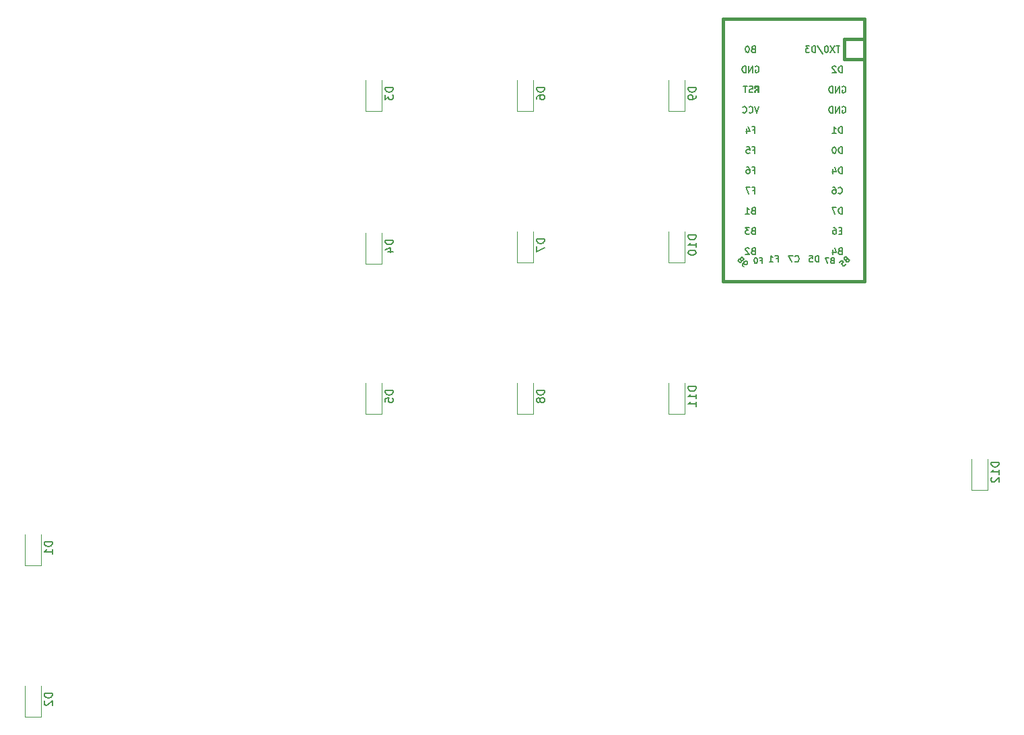
<source format=gbr>
%TF.GenerationSoftware,KiCad,Pcbnew,(5.1.9-0-10_14)*%
%TF.CreationDate,2021-04-13T19:55:37+09:00*%
%TF.ProjectId,IKIDS,494b4944-532e-46b6-9963-61645f706362,rev?*%
%TF.SameCoordinates,Original*%
%TF.FileFunction,Legend,Bot*%
%TF.FilePolarity,Positive*%
%FSLAX46Y46*%
G04 Gerber Fmt 4.6, Leading zero omitted, Abs format (unit mm)*
G04 Created by KiCad (PCBNEW (5.1.9-0-10_14)) date 2021-04-13 19:55:37*
%MOMM*%
%LPD*%
G01*
G04 APERTURE LIST*
%ADD10C,0.120000*%
%ADD11C,0.381000*%
%ADD12C,0.150000*%
G04 APERTURE END LIST*
D10*
%TO.C,D12*%
X213725000Y-118137500D02*
X211725000Y-118137500D01*
X211725000Y-118137500D02*
X211725000Y-114237500D01*
X213725000Y-118137500D02*
X213725000Y-114237500D01*
%TO.C,D11*%
X175625000Y-108612500D02*
X173625000Y-108612500D01*
X173625000Y-108612500D02*
X173625000Y-104712500D01*
X175625000Y-108612500D02*
X175625000Y-104712500D01*
%TO.C,D10*%
X175625000Y-89562500D02*
X173625000Y-89562500D01*
X173625000Y-89562500D02*
X173625000Y-85662500D01*
X175625000Y-89562500D02*
X175625000Y-85662500D01*
%TO.C,D9*%
X175625000Y-70512500D02*
X173625000Y-70512500D01*
X173625000Y-70512500D02*
X173625000Y-66612500D01*
X175625000Y-70512500D02*
X175625000Y-66612500D01*
%TO.C,D8*%
X156575000Y-108612500D02*
X154575000Y-108612500D01*
X154575000Y-108612500D02*
X154575000Y-104712500D01*
X156575000Y-108612500D02*
X156575000Y-104712500D01*
%TO.C,D7*%
X156575000Y-89562500D02*
X154575000Y-89562500D01*
X154575000Y-89562500D02*
X154575000Y-85662500D01*
X156575000Y-89562500D02*
X156575000Y-85662500D01*
%TO.C,D6*%
X156575000Y-70512500D02*
X154575000Y-70512500D01*
X154575000Y-70512500D02*
X154575000Y-66612500D01*
X156575000Y-70512500D02*
X156575000Y-66612500D01*
%TO.C,D5*%
X137525000Y-108612500D02*
X135525000Y-108612500D01*
X135525000Y-108612500D02*
X135525000Y-104712500D01*
X137525000Y-108612500D02*
X137525000Y-104712500D01*
%TO.C,D4*%
X137525000Y-89706250D02*
X135525000Y-89706250D01*
X135525000Y-89706250D02*
X135525000Y-85806250D01*
X137525000Y-89706250D02*
X137525000Y-85806250D01*
%TO.C,D3*%
X137525000Y-70512500D02*
X135525000Y-70512500D01*
X135525000Y-70512500D02*
X135525000Y-66612500D01*
X137525000Y-70512500D02*
X137525000Y-66612500D01*
%TO.C,D2*%
X94662500Y-146712500D02*
X92662500Y-146712500D01*
X92662500Y-146712500D02*
X92662500Y-142812500D01*
X94662500Y-146712500D02*
X94662500Y-142812500D01*
%TO.C,D1*%
X94662500Y-127662500D02*
X92662500Y-127662500D01*
X92662500Y-127662500D02*
X92662500Y-123762500D01*
X94662500Y-127662500D02*
X94662500Y-123762500D01*
D11*
%TO.C,U1*%
X195738750Y-61468000D02*
X198278750Y-61468000D01*
X198278750Y-58928000D02*
X198278750Y-61468000D01*
X180498750Y-58928000D02*
X198278750Y-58928000D01*
X180498750Y-61468000D02*
X180498750Y-58928000D01*
D12*
G36*
X184457182Y-67947360D02*
G01*
X184457182Y-68147360D01*
X184557182Y-68147360D01*
X184557182Y-67947360D01*
X184457182Y-67947360D01*
G37*
X184457182Y-67947360D02*
X184457182Y-68147360D01*
X184557182Y-68147360D01*
X184557182Y-67947360D01*
X184457182Y-67947360D01*
G36*
X184857182Y-67347360D02*
G01*
X184857182Y-68147360D01*
X184957182Y-68147360D01*
X184957182Y-67347360D01*
X184857182Y-67347360D01*
G37*
X184857182Y-67347360D02*
X184857182Y-68147360D01*
X184957182Y-68147360D01*
X184957182Y-67347360D01*
X184857182Y-67347360D01*
G36*
X184457182Y-67347360D02*
G01*
X184457182Y-67447360D01*
X184957182Y-67447360D01*
X184957182Y-67347360D01*
X184457182Y-67347360D01*
G37*
X184457182Y-67347360D02*
X184457182Y-67447360D01*
X184957182Y-67447360D01*
X184957182Y-67347360D01*
X184457182Y-67347360D01*
G36*
X184657182Y-67747360D02*
G01*
X184657182Y-67847360D01*
X184757182Y-67847360D01*
X184757182Y-67747360D01*
X184657182Y-67747360D01*
G37*
X184657182Y-67747360D02*
X184657182Y-67847360D01*
X184757182Y-67847360D01*
X184757182Y-67747360D01*
X184657182Y-67747360D01*
G36*
X184457182Y-67347360D02*
G01*
X184457182Y-67647360D01*
X184557182Y-67647360D01*
X184557182Y-67347360D01*
X184457182Y-67347360D01*
G37*
X184457182Y-67347360D02*
X184457182Y-67647360D01*
X184557182Y-67647360D01*
X184557182Y-67347360D01*
X184457182Y-67347360D01*
D11*
X195738750Y-64008000D02*
X198278750Y-64008000D01*
X195738750Y-61468000D02*
X195738750Y-64008000D01*
X180498750Y-91948000D02*
X180498750Y-61468000D01*
X198278750Y-91948000D02*
X180498750Y-91948000D01*
X198278750Y-61468000D02*
X198278750Y-91948000D01*
%TO.C,D12*%
D12*
X215177380Y-114673214D02*
X214177380Y-114673214D01*
X214177380Y-114911309D01*
X214225000Y-115054166D01*
X214320238Y-115149404D01*
X214415476Y-115197023D01*
X214605952Y-115244642D01*
X214748809Y-115244642D01*
X214939285Y-115197023D01*
X215034523Y-115149404D01*
X215129761Y-115054166D01*
X215177380Y-114911309D01*
X215177380Y-114673214D01*
X215177380Y-116197023D02*
X215177380Y-115625595D01*
X215177380Y-115911309D02*
X214177380Y-115911309D01*
X214320238Y-115816071D01*
X214415476Y-115720833D01*
X214463095Y-115625595D01*
X214272619Y-116577976D02*
X214225000Y-116625595D01*
X214177380Y-116720833D01*
X214177380Y-116958928D01*
X214225000Y-117054166D01*
X214272619Y-117101785D01*
X214367857Y-117149404D01*
X214463095Y-117149404D01*
X214605952Y-117101785D01*
X215177380Y-116530357D01*
X215177380Y-117149404D01*
%TO.C,D11*%
X177077380Y-105148214D02*
X176077380Y-105148214D01*
X176077380Y-105386309D01*
X176125000Y-105529166D01*
X176220238Y-105624404D01*
X176315476Y-105672023D01*
X176505952Y-105719642D01*
X176648809Y-105719642D01*
X176839285Y-105672023D01*
X176934523Y-105624404D01*
X177029761Y-105529166D01*
X177077380Y-105386309D01*
X177077380Y-105148214D01*
X177077380Y-106672023D02*
X177077380Y-106100595D01*
X177077380Y-106386309D02*
X176077380Y-106386309D01*
X176220238Y-106291071D01*
X176315476Y-106195833D01*
X176363095Y-106100595D01*
X177077380Y-107624404D02*
X177077380Y-107052976D01*
X177077380Y-107338690D02*
X176077380Y-107338690D01*
X176220238Y-107243452D01*
X176315476Y-107148214D01*
X176363095Y-107052976D01*
%TO.C,D10*%
X177077380Y-86098214D02*
X176077380Y-86098214D01*
X176077380Y-86336309D01*
X176125000Y-86479166D01*
X176220238Y-86574404D01*
X176315476Y-86622023D01*
X176505952Y-86669642D01*
X176648809Y-86669642D01*
X176839285Y-86622023D01*
X176934523Y-86574404D01*
X177029761Y-86479166D01*
X177077380Y-86336309D01*
X177077380Y-86098214D01*
X177077380Y-87622023D02*
X177077380Y-87050595D01*
X177077380Y-87336309D02*
X176077380Y-87336309D01*
X176220238Y-87241071D01*
X176315476Y-87145833D01*
X176363095Y-87050595D01*
X176077380Y-88241071D02*
X176077380Y-88336309D01*
X176125000Y-88431547D01*
X176172619Y-88479166D01*
X176267857Y-88526785D01*
X176458333Y-88574404D01*
X176696428Y-88574404D01*
X176886904Y-88526785D01*
X176982142Y-88479166D01*
X177029761Y-88431547D01*
X177077380Y-88336309D01*
X177077380Y-88241071D01*
X177029761Y-88145833D01*
X176982142Y-88098214D01*
X176886904Y-88050595D01*
X176696428Y-88002976D01*
X176458333Y-88002976D01*
X176267857Y-88050595D01*
X176172619Y-88098214D01*
X176125000Y-88145833D01*
X176077380Y-88241071D01*
%TO.C,D9*%
X177077380Y-67524404D02*
X176077380Y-67524404D01*
X176077380Y-67762500D01*
X176125000Y-67905357D01*
X176220238Y-68000595D01*
X176315476Y-68048214D01*
X176505952Y-68095833D01*
X176648809Y-68095833D01*
X176839285Y-68048214D01*
X176934523Y-68000595D01*
X177029761Y-67905357D01*
X177077380Y-67762500D01*
X177077380Y-67524404D01*
X177077380Y-68572023D02*
X177077380Y-68762500D01*
X177029761Y-68857738D01*
X176982142Y-68905357D01*
X176839285Y-69000595D01*
X176648809Y-69048214D01*
X176267857Y-69048214D01*
X176172619Y-69000595D01*
X176125000Y-68952976D01*
X176077380Y-68857738D01*
X176077380Y-68667261D01*
X176125000Y-68572023D01*
X176172619Y-68524404D01*
X176267857Y-68476785D01*
X176505952Y-68476785D01*
X176601190Y-68524404D01*
X176648809Y-68572023D01*
X176696428Y-68667261D01*
X176696428Y-68857738D01*
X176648809Y-68952976D01*
X176601190Y-69000595D01*
X176505952Y-69048214D01*
%TO.C,D8*%
X158027380Y-105624404D02*
X157027380Y-105624404D01*
X157027380Y-105862500D01*
X157075000Y-106005357D01*
X157170238Y-106100595D01*
X157265476Y-106148214D01*
X157455952Y-106195833D01*
X157598809Y-106195833D01*
X157789285Y-106148214D01*
X157884523Y-106100595D01*
X157979761Y-106005357D01*
X158027380Y-105862500D01*
X158027380Y-105624404D01*
X157455952Y-106767261D02*
X157408333Y-106672023D01*
X157360714Y-106624404D01*
X157265476Y-106576785D01*
X157217857Y-106576785D01*
X157122619Y-106624404D01*
X157075000Y-106672023D01*
X157027380Y-106767261D01*
X157027380Y-106957738D01*
X157075000Y-107052976D01*
X157122619Y-107100595D01*
X157217857Y-107148214D01*
X157265476Y-107148214D01*
X157360714Y-107100595D01*
X157408333Y-107052976D01*
X157455952Y-106957738D01*
X157455952Y-106767261D01*
X157503571Y-106672023D01*
X157551190Y-106624404D01*
X157646428Y-106576785D01*
X157836904Y-106576785D01*
X157932142Y-106624404D01*
X157979761Y-106672023D01*
X158027380Y-106767261D01*
X158027380Y-106957738D01*
X157979761Y-107052976D01*
X157932142Y-107100595D01*
X157836904Y-107148214D01*
X157646428Y-107148214D01*
X157551190Y-107100595D01*
X157503571Y-107052976D01*
X157455952Y-106957738D01*
%TO.C,D7*%
X158027380Y-86574404D02*
X157027380Y-86574404D01*
X157027380Y-86812500D01*
X157075000Y-86955357D01*
X157170238Y-87050595D01*
X157265476Y-87098214D01*
X157455952Y-87145833D01*
X157598809Y-87145833D01*
X157789285Y-87098214D01*
X157884523Y-87050595D01*
X157979761Y-86955357D01*
X158027380Y-86812500D01*
X158027380Y-86574404D01*
X157027380Y-87479166D02*
X157027380Y-88145833D01*
X158027380Y-87717261D01*
%TO.C,D6*%
X158027380Y-67524404D02*
X157027380Y-67524404D01*
X157027380Y-67762500D01*
X157075000Y-67905357D01*
X157170238Y-68000595D01*
X157265476Y-68048214D01*
X157455952Y-68095833D01*
X157598809Y-68095833D01*
X157789285Y-68048214D01*
X157884523Y-68000595D01*
X157979761Y-67905357D01*
X158027380Y-67762500D01*
X158027380Y-67524404D01*
X157027380Y-68952976D02*
X157027380Y-68762500D01*
X157075000Y-68667261D01*
X157122619Y-68619642D01*
X157265476Y-68524404D01*
X157455952Y-68476785D01*
X157836904Y-68476785D01*
X157932142Y-68524404D01*
X157979761Y-68572023D01*
X158027380Y-68667261D01*
X158027380Y-68857738D01*
X157979761Y-68952976D01*
X157932142Y-69000595D01*
X157836904Y-69048214D01*
X157598809Y-69048214D01*
X157503571Y-69000595D01*
X157455952Y-68952976D01*
X157408333Y-68857738D01*
X157408333Y-68667261D01*
X157455952Y-68572023D01*
X157503571Y-68524404D01*
X157598809Y-68476785D01*
%TO.C,D5*%
X138977380Y-105624404D02*
X137977380Y-105624404D01*
X137977380Y-105862500D01*
X138025000Y-106005357D01*
X138120238Y-106100595D01*
X138215476Y-106148214D01*
X138405952Y-106195833D01*
X138548809Y-106195833D01*
X138739285Y-106148214D01*
X138834523Y-106100595D01*
X138929761Y-106005357D01*
X138977380Y-105862500D01*
X138977380Y-105624404D01*
X137977380Y-107100595D02*
X137977380Y-106624404D01*
X138453571Y-106576785D01*
X138405952Y-106624404D01*
X138358333Y-106719642D01*
X138358333Y-106957738D01*
X138405952Y-107052976D01*
X138453571Y-107100595D01*
X138548809Y-107148214D01*
X138786904Y-107148214D01*
X138882142Y-107100595D01*
X138929761Y-107052976D01*
X138977380Y-106957738D01*
X138977380Y-106719642D01*
X138929761Y-106624404D01*
X138882142Y-106576785D01*
%TO.C,D4*%
X138977380Y-86718154D02*
X137977380Y-86718154D01*
X137977380Y-86956250D01*
X138025000Y-87099107D01*
X138120238Y-87194345D01*
X138215476Y-87241964D01*
X138405952Y-87289583D01*
X138548809Y-87289583D01*
X138739285Y-87241964D01*
X138834523Y-87194345D01*
X138929761Y-87099107D01*
X138977380Y-86956250D01*
X138977380Y-86718154D01*
X138310714Y-88146726D02*
X138977380Y-88146726D01*
X137929761Y-87908630D02*
X138644047Y-87670535D01*
X138644047Y-88289583D01*
%TO.C,D3*%
X138977380Y-67524404D02*
X137977380Y-67524404D01*
X137977380Y-67762500D01*
X138025000Y-67905357D01*
X138120238Y-68000595D01*
X138215476Y-68048214D01*
X138405952Y-68095833D01*
X138548809Y-68095833D01*
X138739285Y-68048214D01*
X138834523Y-68000595D01*
X138929761Y-67905357D01*
X138977380Y-67762500D01*
X138977380Y-67524404D01*
X137977380Y-68429166D02*
X137977380Y-69048214D01*
X138358333Y-68714880D01*
X138358333Y-68857738D01*
X138405952Y-68952976D01*
X138453571Y-69000595D01*
X138548809Y-69048214D01*
X138786904Y-69048214D01*
X138882142Y-69000595D01*
X138929761Y-68952976D01*
X138977380Y-68857738D01*
X138977380Y-68572023D01*
X138929761Y-68476785D01*
X138882142Y-68429166D01*
%TO.C,D2*%
X96114880Y-143724404D02*
X95114880Y-143724404D01*
X95114880Y-143962500D01*
X95162500Y-144105357D01*
X95257738Y-144200595D01*
X95352976Y-144248214D01*
X95543452Y-144295833D01*
X95686309Y-144295833D01*
X95876785Y-144248214D01*
X95972023Y-144200595D01*
X96067261Y-144105357D01*
X96114880Y-143962500D01*
X96114880Y-143724404D01*
X95210119Y-144676785D02*
X95162500Y-144724404D01*
X95114880Y-144819642D01*
X95114880Y-145057738D01*
X95162500Y-145152976D01*
X95210119Y-145200595D01*
X95305357Y-145248214D01*
X95400595Y-145248214D01*
X95543452Y-145200595D01*
X96114880Y-144629166D01*
X96114880Y-145248214D01*
%TO.C,D1*%
X96114880Y-124674404D02*
X95114880Y-124674404D01*
X95114880Y-124912500D01*
X95162500Y-125055357D01*
X95257738Y-125150595D01*
X95352976Y-125198214D01*
X95543452Y-125245833D01*
X95686309Y-125245833D01*
X95876785Y-125198214D01*
X95972023Y-125150595D01*
X96067261Y-125055357D01*
X96114880Y-124912500D01*
X96114880Y-124674404D01*
X96114880Y-126198214D02*
X96114880Y-125626785D01*
X96114880Y-125912500D02*
X95114880Y-125912500D01*
X95257738Y-125817261D01*
X95352976Y-125722023D01*
X95400595Y-125626785D01*
%TO.C,U1*%
X192519226Y-89469904D02*
X192519226Y-88669904D01*
X192328750Y-88669904D01*
X192214464Y-88708000D01*
X192138273Y-88784190D01*
X192100178Y-88860380D01*
X192062083Y-89012761D01*
X192062083Y-89127047D01*
X192100178Y-89279428D01*
X192138273Y-89355619D01*
X192214464Y-89431809D01*
X192328750Y-89469904D01*
X192519226Y-89469904D01*
X191338273Y-88669904D02*
X191719226Y-88669904D01*
X191757321Y-89050857D01*
X191719226Y-89012761D01*
X191643035Y-88974666D01*
X191452559Y-88974666D01*
X191376369Y-89012761D01*
X191338273Y-89050857D01*
X191300178Y-89127047D01*
X191300178Y-89317523D01*
X191338273Y-89393714D01*
X191376369Y-89431809D01*
X191452559Y-89469904D01*
X191643035Y-89469904D01*
X191719226Y-89431809D01*
X191757321Y-89393714D01*
X187115416Y-89050857D02*
X187382083Y-89050857D01*
X187382083Y-89469904D02*
X187382083Y-88669904D01*
X187001130Y-88669904D01*
X186277321Y-89469904D02*
X186734464Y-89469904D01*
X186505892Y-89469904D02*
X186505892Y-88669904D01*
X186582083Y-88784190D01*
X186658273Y-88860380D01*
X186734464Y-88898476D01*
X189522083Y-89393714D02*
X189560178Y-89431809D01*
X189674464Y-89469904D01*
X189750654Y-89469904D01*
X189864940Y-89431809D01*
X189941130Y-89355619D01*
X189979226Y-89279428D01*
X190017321Y-89127047D01*
X190017321Y-89012761D01*
X189979226Y-88860380D01*
X189941130Y-88784190D01*
X189864940Y-88708000D01*
X189750654Y-88669904D01*
X189674464Y-88669904D01*
X189560178Y-88708000D01*
X189522083Y-88746095D01*
X189255416Y-88669904D02*
X188722083Y-88669904D01*
X189064940Y-89469904D01*
X182753047Y-89243008D02*
X182847328Y-89290148D01*
X182894469Y-89290148D01*
X182965179Y-89266578D01*
X183035890Y-89195867D01*
X183059460Y-89125157D01*
X183059460Y-89078016D01*
X183035890Y-89007306D01*
X182847328Y-88818744D01*
X182352353Y-89313719D01*
X182517345Y-89478710D01*
X182588056Y-89502280D01*
X182635196Y-89502280D01*
X182705907Y-89478710D01*
X182753047Y-89431570D01*
X182776617Y-89360859D01*
X182776617Y-89313719D01*
X182753047Y-89243008D01*
X182588056Y-89078016D01*
X183059460Y-90020825D02*
X182965179Y-89926544D01*
X182941609Y-89855834D01*
X182941609Y-89808693D01*
X182965179Y-89690842D01*
X183035890Y-89572991D01*
X183224452Y-89384429D01*
X183295162Y-89360859D01*
X183342303Y-89360859D01*
X183413014Y-89384429D01*
X183507294Y-89478710D01*
X183530865Y-89549421D01*
X183530865Y-89596561D01*
X183507294Y-89667272D01*
X183389443Y-89785123D01*
X183318733Y-89808693D01*
X183271592Y-89808693D01*
X183200882Y-89785123D01*
X183106601Y-89690842D01*
X183083030Y-89620132D01*
X183083030Y-89572991D01*
X183106601Y-89502280D01*
X185122083Y-89258000D02*
X185355416Y-89258000D01*
X185355416Y-89624666D02*
X185355416Y-88924666D01*
X185022083Y-88924666D01*
X184622083Y-88924666D02*
X184555416Y-88924666D01*
X184488750Y-88958000D01*
X184455416Y-88991333D01*
X184422083Y-89058000D01*
X184388750Y-89191333D01*
X184388750Y-89358000D01*
X184422083Y-89491333D01*
X184455416Y-89558000D01*
X184488750Y-89591333D01*
X184555416Y-89624666D01*
X184622083Y-89624666D01*
X184688750Y-89591333D01*
X184722083Y-89558000D01*
X184755416Y-89491333D01*
X184788750Y-89358000D01*
X184788750Y-89191333D01*
X184755416Y-89058000D01*
X184722083Y-88991333D01*
X184688750Y-88958000D01*
X184622083Y-88924666D01*
X194172083Y-89258000D02*
X194072083Y-89291333D01*
X194038750Y-89324666D01*
X194005416Y-89391333D01*
X194005416Y-89491333D01*
X194038750Y-89558000D01*
X194072083Y-89591333D01*
X194138750Y-89624666D01*
X194405416Y-89624666D01*
X194405416Y-88924666D01*
X194172083Y-88924666D01*
X194105416Y-88958000D01*
X194072083Y-88991333D01*
X194038750Y-89058000D01*
X194038750Y-89124666D01*
X194072083Y-89191333D01*
X194105416Y-89224666D01*
X194172083Y-89258000D01*
X194405416Y-89258000D01*
X193772083Y-88924666D02*
X193305416Y-88924666D01*
X193605416Y-89624666D01*
X195151098Y-62299904D02*
X194693955Y-62299904D01*
X194922526Y-63099904D02*
X194922526Y-62299904D01*
X194503479Y-62299904D02*
X193970145Y-63099904D01*
X193970145Y-62299904D02*
X194503479Y-63099904D01*
X193513002Y-62299904D02*
X193436812Y-62299904D01*
X193360622Y-62338000D01*
X193322526Y-62376095D01*
X193284431Y-62452285D01*
X193246336Y-62604666D01*
X193246336Y-62795142D01*
X193284431Y-62947523D01*
X193322526Y-63023714D01*
X193360622Y-63061809D01*
X193436812Y-63099904D01*
X193513002Y-63099904D01*
X193589193Y-63061809D01*
X193627288Y-63023714D01*
X193665383Y-62947523D01*
X193703479Y-62795142D01*
X193703479Y-62604666D01*
X193665383Y-62452285D01*
X193627288Y-62376095D01*
X193589193Y-62338000D01*
X193513002Y-62299904D01*
X192332050Y-62261809D02*
X193017764Y-63290380D01*
X192065383Y-63099904D02*
X192065383Y-62299904D01*
X191874907Y-62299904D01*
X191760622Y-62338000D01*
X191684431Y-62414190D01*
X191646336Y-62490380D01*
X191608241Y-62642761D01*
X191608241Y-62757047D01*
X191646336Y-62909428D01*
X191684431Y-62985619D01*
X191760622Y-63061809D01*
X191874907Y-63099904D01*
X192065383Y-63099904D01*
X191341574Y-62299904D02*
X190846336Y-62299904D01*
X191113002Y-62604666D01*
X190998717Y-62604666D01*
X190922526Y-62642761D01*
X190884431Y-62680857D01*
X190846336Y-62757047D01*
X190846336Y-62947523D01*
X190884431Y-63023714D01*
X190922526Y-63061809D01*
X190998717Y-63099904D01*
X191227288Y-63099904D01*
X191303479Y-63061809D01*
X191341574Y-63023714D01*
X195440226Y-65639904D02*
X195440226Y-64839904D01*
X195249750Y-64839904D01*
X195135464Y-64878000D01*
X195059273Y-64954190D01*
X195021178Y-65030380D01*
X194983083Y-65182761D01*
X194983083Y-65297047D01*
X195021178Y-65449428D01*
X195059273Y-65525619D01*
X195135464Y-65601809D01*
X195249750Y-65639904D01*
X195440226Y-65639904D01*
X194678321Y-64916095D02*
X194640226Y-64878000D01*
X194564035Y-64839904D01*
X194373559Y-64839904D01*
X194297369Y-64878000D01*
X194259273Y-64916095D01*
X194221178Y-64992285D01*
X194221178Y-65068476D01*
X194259273Y-65182761D01*
X194716416Y-65639904D01*
X194221178Y-65639904D01*
X195440226Y-75799904D02*
X195440226Y-74999904D01*
X195249750Y-74999904D01*
X195135464Y-75038000D01*
X195059273Y-75114190D01*
X195021178Y-75190380D01*
X194983083Y-75342761D01*
X194983083Y-75457047D01*
X195021178Y-75609428D01*
X195059273Y-75685619D01*
X195135464Y-75761809D01*
X195249750Y-75799904D01*
X195440226Y-75799904D01*
X194487845Y-74999904D02*
X194411654Y-74999904D01*
X194335464Y-75038000D01*
X194297369Y-75076095D01*
X194259273Y-75152285D01*
X194221178Y-75304666D01*
X194221178Y-75495142D01*
X194259273Y-75647523D01*
X194297369Y-75723714D01*
X194335464Y-75761809D01*
X194411654Y-75799904D01*
X194487845Y-75799904D01*
X194564035Y-75761809D01*
X194602130Y-75723714D01*
X194640226Y-75647523D01*
X194678321Y-75495142D01*
X194678321Y-75304666D01*
X194640226Y-75152285D01*
X194602130Y-75076095D01*
X194564035Y-75038000D01*
X194487845Y-74999904D01*
X195440226Y-73259904D02*
X195440226Y-72459904D01*
X195249750Y-72459904D01*
X195135464Y-72498000D01*
X195059273Y-72574190D01*
X195021178Y-72650380D01*
X194983083Y-72802761D01*
X194983083Y-72917047D01*
X195021178Y-73069428D01*
X195059273Y-73145619D01*
X195135464Y-73221809D01*
X195249750Y-73259904D01*
X195440226Y-73259904D01*
X194221178Y-73259904D02*
X194678321Y-73259904D01*
X194449750Y-73259904D02*
X194449750Y-72459904D01*
X194525940Y-72574190D01*
X194602130Y-72650380D01*
X194678321Y-72688476D01*
X195459273Y-69958000D02*
X195535464Y-69919904D01*
X195649750Y-69919904D01*
X195764035Y-69958000D01*
X195840226Y-70034190D01*
X195878321Y-70110380D01*
X195916416Y-70262761D01*
X195916416Y-70377047D01*
X195878321Y-70529428D01*
X195840226Y-70605619D01*
X195764035Y-70681809D01*
X195649750Y-70719904D01*
X195573559Y-70719904D01*
X195459273Y-70681809D01*
X195421178Y-70643714D01*
X195421178Y-70377047D01*
X195573559Y-70377047D01*
X195078321Y-70719904D02*
X195078321Y-69919904D01*
X194621178Y-70719904D01*
X194621178Y-69919904D01*
X194240226Y-70719904D02*
X194240226Y-69919904D01*
X194049750Y-69919904D01*
X193935464Y-69958000D01*
X193859273Y-70034190D01*
X193821178Y-70110380D01*
X193783083Y-70262761D01*
X193783083Y-70377047D01*
X193821178Y-70529428D01*
X193859273Y-70605619D01*
X193935464Y-70681809D01*
X194049750Y-70719904D01*
X194240226Y-70719904D01*
X195459273Y-67418000D02*
X195535464Y-67379904D01*
X195649750Y-67379904D01*
X195764035Y-67418000D01*
X195840226Y-67494190D01*
X195878321Y-67570380D01*
X195916416Y-67722761D01*
X195916416Y-67837047D01*
X195878321Y-67989428D01*
X195840226Y-68065619D01*
X195764035Y-68141809D01*
X195649750Y-68179904D01*
X195573559Y-68179904D01*
X195459273Y-68141809D01*
X195421178Y-68103714D01*
X195421178Y-67837047D01*
X195573559Y-67837047D01*
X195078321Y-68179904D02*
X195078321Y-67379904D01*
X194621178Y-68179904D01*
X194621178Y-67379904D01*
X194240226Y-68179904D02*
X194240226Y-67379904D01*
X194049750Y-67379904D01*
X193935464Y-67418000D01*
X193859273Y-67494190D01*
X193821178Y-67570380D01*
X193783083Y-67722761D01*
X193783083Y-67837047D01*
X193821178Y-67989428D01*
X193859273Y-68065619D01*
X193935464Y-68141809D01*
X194049750Y-68179904D01*
X194240226Y-68179904D01*
X195440226Y-78339904D02*
X195440226Y-77539904D01*
X195249750Y-77539904D01*
X195135464Y-77578000D01*
X195059273Y-77654190D01*
X195021178Y-77730380D01*
X194983083Y-77882761D01*
X194983083Y-77997047D01*
X195021178Y-78149428D01*
X195059273Y-78225619D01*
X195135464Y-78301809D01*
X195249750Y-78339904D01*
X195440226Y-78339904D01*
X194297369Y-77806571D02*
X194297369Y-78339904D01*
X194487845Y-77501809D02*
X194678321Y-78073238D01*
X194183083Y-78073238D01*
X194983083Y-80803714D02*
X195021178Y-80841809D01*
X195135464Y-80879904D01*
X195211654Y-80879904D01*
X195325940Y-80841809D01*
X195402130Y-80765619D01*
X195440226Y-80689428D01*
X195478321Y-80537047D01*
X195478321Y-80422761D01*
X195440226Y-80270380D01*
X195402130Y-80194190D01*
X195325940Y-80118000D01*
X195211654Y-80079904D01*
X195135464Y-80079904D01*
X195021178Y-80118000D01*
X194983083Y-80156095D01*
X194297369Y-80079904D02*
X194449750Y-80079904D01*
X194525940Y-80118000D01*
X194564035Y-80156095D01*
X194640226Y-80270380D01*
X194678321Y-80422761D01*
X194678321Y-80727523D01*
X194640226Y-80803714D01*
X194602130Y-80841809D01*
X194525940Y-80879904D01*
X194373559Y-80879904D01*
X194297369Y-80841809D01*
X194259273Y-80803714D01*
X194221178Y-80727523D01*
X194221178Y-80537047D01*
X194259273Y-80460857D01*
X194297369Y-80422761D01*
X194373559Y-80384666D01*
X194525940Y-80384666D01*
X194602130Y-80422761D01*
X194640226Y-80460857D01*
X194678321Y-80537047D01*
X195440226Y-83419904D02*
X195440226Y-82619904D01*
X195249750Y-82619904D01*
X195135464Y-82658000D01*
X195059273Y-82734190D01*
X195021178Y-82810380D01*
X194983083Y-82962761D01*
X194983083Y-83077047D01*
X195021178Y-83229428D01*
X195059273Y-83305619D01*
X195135464Y-83381809D01*
X195249750Y-83419904D01*
X195440226Y-83419904D01*
X194716416Y-82619904D02*
X194183083Y-82619904D01*
X194525940Y-83419904D01*
X195402130Y-85540857D02*
X195135464Y-85540857D01*
X195021178Y-85959904D02*
X195402130Y-85959904D01*
X195402130Y-85159904D01*
X195021178Y-85159904D01*
X194335464Y-85159904D02*
X194487845Y-85159904D01*
X194564035Y-85198000D01*
X194602130Y-85236095D01*
X194678321Y-85350380D01*
X194716416Y-85502761D01*
X194716416Y-85807523D01*
X194678321Y-85883714D01*
X194640226Y-85921809D01*
X194564035Y-85959904D01*
X194411654Y-85959904D01*
X194335464Y-85921809D01*
X194297369Y-85883714D01*
X194259273Y-85807523D01*
X194259273Y-85617047D01*
X194297369Y-85540857D01*
X194335464Y-85502761D01*
X194411654Y-85464666D01*
X194564035Y-85464666D01*
X194640226Y-85502761D01*
X194678321Y-85540857D01*
X194716416Y-85617047D01*
X195173559Y-88080857D02*
X195059273Y-88118952D01*
X195021178Y-88157047D01*
X194983083Y-88233238D01*
X194983083Y-88347523D01*
X195021178Y-88423714D01*
X195059273Y-88461809D01*
X195135464Y-88499904D01*
X195440226Y-88499904D01*
X195440226Y-87699904D01*
X195173559Y-87699904D01*
X195097369Y-87738000D01*
X195059273Y-87776095D01*
X195021178Y-87852285D01*
X195021178Y-87928476D01*
X195059273Y-88004666D01*
X195097369Y-88042761D01*
X195173559Y-88080857D01*
X195440226Y-88080857D01*
X194297369Y-87966571D02*
X194297369Y-88499904D01*
X194487845Y-87661809D02*
X194678321Y-88233238D01*
X194183083Y-88233238D01*
X195953741Y-89172297D02*
X195906601Y-89266578D01*
X195906601Y-89313719D01*
X195930171Y-89384429D01*
X196000882Y-89455140D01*
X196071592Y-89478710D01*
X196118733Y-89478710D01*
X196189443Y-89455140D01*
X196378005Y-89266578D01*
X195883030Y-88771603D01*
X195718039Y-88936595D01*
X195694469Y-89007306D01*
X195694469Y-89054446D01*
X195718039Y-89125157D01*
X195765179Y-89172297D01*
X195835890Y-89195867D01*
X195883030Y-89195867D01*
X195953741Y-89172297D01*
X196118733Y-89007306D01*
X195152353Y-89502280D02*
X195388056Y-89266578D01*
X195647328Y-89478710D01*
X195600188Y-89478710D01*
X195529477Y-89502280D01*
X195411626Y-89620132D01*
X195388056Y-89690842D01*
X195388056Y-89737983D01*
X195411626Y-89808693D01*
X195529477Y-89926544D01*
X195600188Y-89950115D01*
X195647328Y-89950115D01*
X195718039Y-89926544D01*
X195835890Y-89808693D01*
X195859460Y-89737983D01*
X195859460Y-89690842D01*
X184251559Y-85540857D02*
X184137273Y-85578952D01*
X184099178Y-85617047D01*
X184061083Y-85693238D01*
X184061083Y-85807523D01*
X184099178Y-85883714D01*
X184137273Y-85921809D01*
X184213464Y-85959904D01*
X184518226Y-85959904D01*
X184518226Y-85159904D01*
X184251559Y-85159904D01*
X184175369Y-85198000D01*
X184137273Y-85236095D01*
X184099178Y-85312285D01*
X184099178Y-85388476D01*
X184137273Y-85464666D01*
X184175369Y-85502761D01*
X184251559Y-85540857D01*
X184518226Y-85540857D01*
X183794416Y-85159904D02*
X183299178Y-85159904D01*
X183565845Y-85464666D01*
X183451559Y-85464666D01*
X183375369Y-85502761D01*
X183337273Y-85540857D01*
X183299178Y-85617047D01*
X183299178Y-85807523D01*
X183337273Y-85883714D01*
X183375369Y-85921809D01*
X183451559Y-85959904D01*
X183680130Y-85959904D01*
X183756321Y-85921809D01*
X183794416Y-85883714D01*
X184251559Y-83000857D02*
X184137273Y-83038952D01*
X184099178Y-83077047D01*
X184061083Y-83153238D01*
X184061083Y-83267523D01*
X184099178Y-83343714D01*
X184137273Y-83381809D01*
X184213464Y-83419904D01*
X184518226Y-83419904D01*
X184518226Y-82619904D01*
X184251559Y-82619904D01*
X184175369Y-82658000D01*
X184137273Y-82696095D01*
X184099178Y-82772285D01*
X184099178Y-82848476D01*
X184137273Y-82924666D01*
X184175369Y-82962761D01*
X184251559Y-83000857D01*
X184518226Y-83000857D01*
X183299178Y-83419904D02*
X183756321Y-83419904D01*
X183527750Y-83419904D02*
X183527750Y-82619904D01*
X183603940Y-82734190D01*
X183680130Y-82810380D01*
X183756321Y-82848476D01*
X184194416Y-72840857D02*
X184461083Y-72840857D01*
X184461083Y-73259904D02*
X184461083Y-72459904D01*
X184080130Y-72459904D01*
X183432511Y-72726571D02*
X183432511Y-73259904D01*
X183622988Y-72421809D02*
X183813464Y-72993238D01*
X183318226Y-72993238D01*
X184994416Y-69919904D02*
X184727750Y-70719904D01*
X184461083Y-69919904D01*
X183737273Y-70643714D02*
X183775369Y-70681809D01*
X183889654Y-70719904D01*
X183965845Y-70719904D01*
X184080130Y-70681809D01*
X184156321Y-70605619D01*
X184194416Y-70529428D01*
X184232511Y-70377047D01*
X184232511Y-70262761D01*
X184194416Y-70110380D01*
X184156321Y-70034190D01*
X184080130Y-69958000D01*
X183965845Y-69919904D01*
X183889654Y-69919904D01*
X183775369Y-69958000D01*
X183737273Y-69996095D01*
X182937273Y-70643714D02*
X182975369Y-70681809D01*
X183089654Y-70719904D01*
X183165845Y-70719904D01*
X183280130Y-70681809D01*
X183356321Y-70605619D01*
X183394416Y-70529428D01*
X183432511Y-70377047D01*
X183432511Y-70262761D01*
X183394416Y-70110380D01*
X183356321Y-70034190D01*
X183280130Y-69958000D01*
X183165845Y-69919904D01*
X183089654Y-69919904D01*
X182975369Y-69958000D01*
X182937273Y-69996095D01*
X184188963Y-68111809D02*
X184074677Y-68149904D01*
X183884201Y-68149904D01*
X183808010Y-68111809D01*
X183769915Y-68073714D01*
X183731820Y-67997523D01*
X183731820Y-67921333D01*
X183769915Y-67845142D01*
X183808010Y-67807047D01*
X183884201Y-67768952D01*
X184036582Y-67730857D01*
X184112772Y-67692761D01*
X184150868Y-67654666D01*
X184188963Y-67578476D01*
X184188963Y-67502285D01*
X184150868Y-67426095D01*
X184112772Y-67388000D01*
X184036582Y-67349904D01*
X183846106Y-67349904D01*
X183731820Y-67388000D01*
X183503249Y-67349904D02*
X183046106Y-67349904D01*
X183274677Y-68149904D02*
X183274677Y-67349904D01*
X184537273Y-64878000D02*
X184613464Y-64839904D01*
X184727750Y-64839904D01*
X184842035Y-64878000D01*
X184918226Y-64954190D01*
X184956321Y-65030380D01*
X184994416Y-65182761D01*
X184994416Y-65297047D01*
X184956321Y-65449428D01*
X184918226Y-65525619D01*
X184842035Y-65601809D01*
X184727750Y-65639904D01*
X184651559Y-65639904D01*
X184537273Y-65601809D01*
X184499178Y-65563714D01*
X184499178Y-65297047D01*
X184651559Y-65297047D01*
X184156321Y-65639904D02*
X184156321Y-64839904D01*
X183699178Y-65639904D01*
X183699178Y-64839904D01*
X183318226Y-65639904D02*
X183318226Y-64839904D01*
X183127750Y-64839904D01*
X183013464Y-64878000D01*
X182937273Y-64954190D01*
X182899178Y-65030380D01*
X182861083Y-65182761D01*
X182861083Y-65297047D01*
X182899178Y-65449428D01*
X182937273Y-65525619D01*
X183013464Y-65601809D01*
X183127750Y-65639904D01*
X183318226Y-65639904D01*
X184251559Y-62680857D02*
X184137273Y-62718952D01*
X184099178Y-62757047D01*
X184061083Y-62833238D01*
X184061083Y-62947523D01*
X184099178Y-63023714D01*
X184137273Y-63061809D01*
X184213464Y-63099904D01*
X184518226Y-63099904D01*
X184518226Y-62299904D01*
X184251559Y-62299904D01*
X184175369Y-62338000D01*
X184137273Y-62376095D01*
X184099178Y-62452285D01*
X184099178Y-62528476D01*
X184137273Y-62604666D01*
X184175369Y-62642761D01*
X184251559Y-62680857D01*
X184518226Y-62680857D01*
X183565845Y-62299904D02*
X183489654Y-62299904D01*
X183413464Y-62338000D01*
X183375369Y-62376095D01*
X183337273Y-62452285D01*
X183299178Y-62604666D01*
X183299178Y-62795142D01*
X183337273Y-62947523D01*
X183375369Y-63023714D01*
X183413464Y-63061809D01*
X183489654Y-63099904D01*
X183565845Y-63099904D01*
X183642035Y-63061809D01*
X183680130Y-63023714D01*
X183718226Y-62947523D01*
X183756321Y-62795142D01*
X183756321Y-62604666D01*
X183718226Y-62452285D01*
X183680130Y-62376095D01*
X183642035Y-62338000D01*
X183565845Y-62299904D01*
X184194416Y-75380857D02*
X184461083Y-75380857D01*
X184461083Y-75799904D02*
X184461083Y-74999904D01*
X184080130Y-74999904D01*
X183394416Y-74999904D02*
X183775369Y-74999904D01*
X183813464Y-75380857D01*
X183775369Y-75342761D01*
X183699178Y-75304666D01*
X183508702Y-75304666D01*
X183432511Y-75342761D01*
X183394416Y-75380857D01*
X183356321Y-75457047D01*
X183356321Y-75647523D01*
X183394416Y-75723714D01*
X183432511Y-75761809D01*
X183508702Y-75799904D01*
X183699178Y-75799904D01*
X183775369Y-75761809D01*
X183813464Y-75723714D01*
X184194416Y-77920857D02*
X184461083Y-77920857D01*
X184461083Y-78339904D02*
X184461083Y-77539904D01*
X184080130Y-77539904D01*
X183432511Y-77539904D02*
X183584892Y-77539904D01*
X183661083Y-77578000D01*
X183699178Y-77616095D01*
X183775369Y-77730380D01*
X183813464Y-77882761D01*
X183813464Y-78187523D01*
X183775369Y-78263714D01*
X183737273Y-78301809D01*
X183661083Y-78339904D01*
X183508702Y-78339904D01*
X183432511Y-78301809D01*
X183394416Y-78263714D01*
X183356321Y-78187523D01*
X183356321Y-77997047D01*
X183394416Y-77920857D01*
X183432511Y-77882761D01*
X183508702Y-77844666D01*
X183661083Y-77844666D01*
X183737273Y-77882761D01*
X183775369Y-77920857D01*
X183813464Y-77997047D01*
X184194416Y-80460857D02*
X184461083Y-80460857D01*
X184461083Y-80879904D02*
X184461083Y-80079904D01*
X184080130Y-80079904D01*
X183851559Y-80079904D02*
X183318226Y-80079904D01*
X183661083Y-80879904D01*
X184251559Y-88080857D02*
X184137273Y-88118952D01*
X184099178Y-88157047D01*
X184061083Y-88233238D01*
X184061083Y-88347523D01*
X184099178Y-88423714D01*
X184137273Y-88461809D01*
X184213464Y-88499904D01*
X184518226Y-88499904D01*
X184518226Y-87699904D01*
X184251559Y-87699904D01*
X184175369Y-87738000D01*
X184137273Y-87776095D01*
X184099178Y-87852285D01*
X184099178Y-87928476D01*
X184137273Y-88004666D01*
X184175369Y-88042761D01*
X184251559Y-88080857D01*
X184518226Y-88080857D01*
X183756321Y-87776095D02*
X183718226Y-87738000D01*
X183642035Y-87699904D01*
X183451559Y-87699904D01*
X183375369Y-87738000D01*
X183337273Y-87776095D01*
X183299178Y-87852285D01*
X183299178Y-87928476D01*
X183337273Y-88042761D01*
X183794416Y-88499904D01*
X183299178Y-88499904D01*
%TD*%
M02*

</source>
